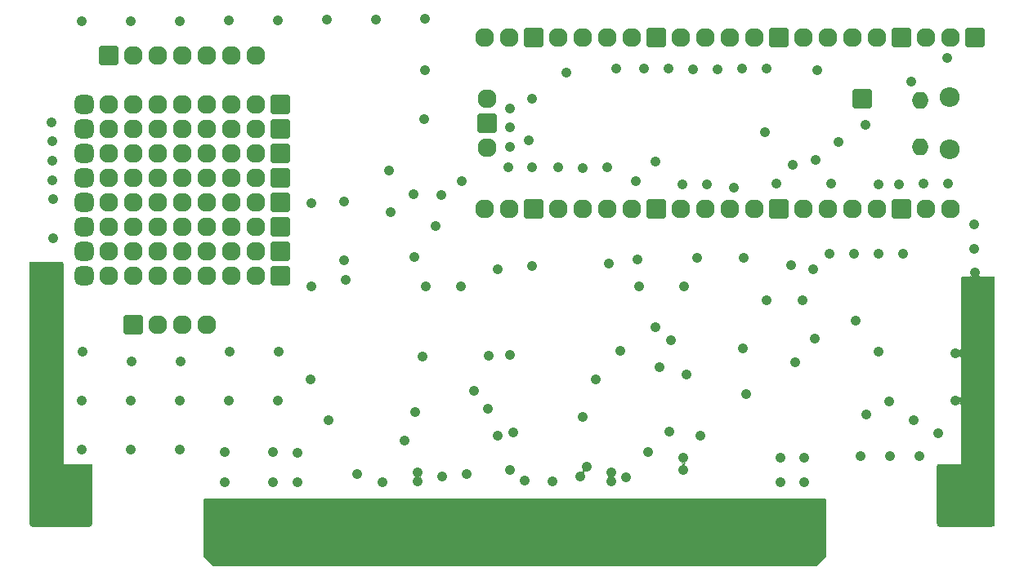
<source format=gbs>
G04 #@! TF.GenerationSoftware,KiCad,Pcbnew,(6.0.6)*
G04 #@! TF.CreationDate,2022-06-29T23:38:15+02:00*
G04 #@! TF.ProjectId,picocart64_v1_lite,7069636f-6361-4727-9436-345f76315f6c,rev?*
G04 #@! TF.SameCoordinates,Original*
G04 #@! TF.FileFunction,Soldermask,Bot*
G04 #@! TF.FilePolarity,Negative*
%FSLAX46Y46*%
G04 Gerber Fmt 4.6, Leading zero omitted, Abs format (unit mm)*
G04 Created by KiCad (PCBNEW (6.0.6)) date 2022-06-29 23:38:15*
%MOMM*%
%LPD*%
G01*
G04 APERTURE LIST*
G04 Aperture macros list*
%AMRoundRect*
0 Rectangle with rounded corners*
0 $1 Rounding radius*
0 $2 $3 $4 $5 $6 $7 $8 $9 X,Y pos of 4 corners*
0 Add a 4 corners polygon primitive as box body*
4,1,4,$2,$3,$4,$5,$6,$7,$8,$9,$2,$3,0*
0 Add four circle primitives for the rounded corners*
1,1,$1+$1,$2,$3*
1,1,$1+$1,$4,$5*
1,1,$1+$1,$6,$7*
1,1,$1+$1,$8,$9*
0 Add four rect primitives between the rounded corners*
20,1,$1+$1,$2,$3,$4,$5,0*
20,1,$1+$1,$4,$5,$6,$7,0*
20,1,$1+$1,$6,$7,$8,$9,0*
20,1,$1+$1,$8,$9,$2,$3,0*%
G04 Aperture macros list end*
%ADD10C,2.760000*%
%ADD11RoundRect,0.130000X0.850000X0.850000X-0.850000X0.850000X-0.850000X-0.850000X0.850000X-0.850000X0*%
%ADD12RoundRect,0.130000X0.850000X-0.850000X0.850000X0.850000X-0.850000X0.850000X-0.850000X-0.850000X0*%
%ADD13O,1.960000X1.960000*%
%ADD14RoundRect,0.555000X0.425000X-0.425000X0.425000X0.425000X-0.425000X0.425000X-0.425000X-0.425000X0*%
%ADD15O,2.060000X2.060000*%
%ADD16O,1.760000X1.760000*%
%ADD17RoundRect,0.130000X-0.850000X0.850000X-0.850000X-0.850000X0.850000X-0.850000X0.850000X0.850000X0*%
%ADD18C,1.060000*%
G04 APERTURE END LIST*
D10*
X102850000Y-112600000D03*
X197650000Y-112600000D03*
D11*
X197939990Y-65199997D03*
X186300000Y-71550000D03*
D12*
X110705000Y-95000000D03*
D13*
X113245000Y-95000000D03*
X115785000Y-95000000D03*
X118325000Y-95000000D03*
X115785000Y-74680000D03*
X110705000Y-79760000D03*
X108165000Y-89920000D03*
X115785000Y-72140000D03*
X108165000Y-82300000D03*
X110705000Y-84840000D03*
X115785000Y-84840000D03*
X123405000Y-77220000D03*
X118325000Y-72140000D03*
X108165000Y-72140000D03*
X120865000Y-77220000D03*
X108165000Y-84840000D03*
X110705000Y-72140000D03*
X123405000Y-82300000D03*
X113245000Y-74680000D03*
X108165000Y-77220000D03*
X115785000Y-79760000D03*
X118325000Y-77220000D03*
X115785000Y-82300000D03*
X120865000Y-89920000D03*
X120865000Y-87380000D03*
X120865000Y-84840000D03*
X113245000Y-77220000D03*
X115785000Y-87380000D03*
X110705000Y-82300000D03*
X108165000Y-87380000D03*
X118325000Y-79760000D03*
X110705000Y-74680000D03*
X108165000Y-79760000D03*
X123405000Y-79760000D03*
X113245000Y-87380000D03*
X115785000Y-89920000D03*
X110705000Y-77220000D03*
X123405000Y-72140000D03*
X120865000Y-72140000D03*
X113245000Y-79760000D03*
X113245000Y-72140000D03*
X123405000Y-87380000D03*
X115785000Y-77220000D03*
X123405000Y-84840000D03*
X113245000Y-84840000D03*
X113245000Y-82300000D03*
X118325000Y-89920000D03*
X118325000Y-87380000D03*
X118325000Y-82300000D03*
X108165000Y-74680000D03*
X110705000Y-89920000D03*
X110705000Y-87380000D03*
X113245000Y-89920000D03*
X120865000Y-79760000D03*
X123405000Y-74680000D03*
X120865000Y-82300000D03*
X120865000Y-74680000D03*
X123405000Y-89920000D03*
X118325000Y-84840000D03*
X118325000Y-74680000D03*
D14*
X105625000Y-79760000D03*
X105625000Y-72140000D03*
X105625000Y-87380000D03*
X105625000Y-89920000D03*
X105625000Y-84840000D03*
X105625000Y-82300000D03*
X105625000Y-74680000D03*
X105625000Y-77220000D03*
D12*
X125945000Y-87380000D03*
X125945000Y-74680000D03*
X125945000Y-72140000D03*
X125945000Y-89920000D03*
X125945000Y-84840000D03*
X125945000Y-82300000D03*
X125945000Y-77220000D03*
X125945000Y-79760000D03*
D15*
X195288600Y-76800000D03*
D16*
X192258600Y-76500000D03*
D15*
X195288600Y-71350000D03*
D16*
X192258600Y-71650000D03*
D13*
X195418600Y-65185000D03*
X192878600Y-65185000D03*
D17*
X190338600Y-65185000D03*
D13*
X187798600Y-65185000D03*
X185258600Y-65185000D03*
X182718600Y-65185000D03*
X180178600Y-65185000D03*
D17*
X177638600Y-65185000D03*
D13*
X175098600Y-65185000D03*
X172558600Y-65185000D03*
X170018600Y-65185000D03*
X167478600Y-65185000D03*
D17*
X164938600Y-65185000D03*
D13*
X162398600Y-65185000D03*
X159858600Y-65185000D03*
X157318600Y-65185000D03*
X154778600Y-65185000D03*
D17*
X152238600Y-65185000D03*
D13*
X149698600Y-65185000D03*
X147158600Y-65185000D03*
X147158600Y-82965000D03*
X149698600Y-82965000D03*
D17*
X152238600Y-82965000D03*
D13*
X154778600Y-82965000D03*
X157318600Y-82965000D03*
X159858600Y-82965000D03*
X162398600Y-82965000D03*
D17*
X164938600Y-82965000D03*
D13*
X167478600Y-82965000D03*
X170018600Y-82965000D03*
X172558600Y-82965000D03*
X175098600Y-82965000D03*
D17*
X177638600Y-82965000D03*
D13*
X180178600Y-82965000D03*
X182718600Y-82965000D03*
X185258600Y-82965000D03*
X187798600Y-82965000D03*
D17*
X190338600Y-82965000D03*
D13*
X192878600Y-82965000D03*
X195418600Y-82965000D03*
X147388600Y-71535000D03*
D17*
X147388600Y-74075000D03*
D13*
X147388600Y-76615000D03*
D12*
X108165000Y-67060000D03*
D13*
X110705000Y-67060000D03*
X113245000Y-67060000D03*
X115785000Y-67060000D03*
X118325000Y-67060000D03*
X120865000Y-67060000D03*
X123405000Y-67060000D03*
D18*
X180250000Y-111350000D03*
X180250000Y-108800000D03*
X177750000Y-111350000D03*
X177750000Y-108750000D03*
X167750000Y-108800000D03*
X167750000Y-110050000D03*
X127750000Y-111350000D03*
X127750000Y-108250000D03*
X125250000Y-108150000D03*
X125250000Y-111350000D03*
X120250000Y-111350000D03*
X120250000Y-108200000D03*
X130810000Y-63336550D03*
X141075000Y-91006500D03*
X140905318Y-73660000D03*
X181610000Y-68538966D03*
X115589704Y-102837791D03*
X185420000Y-87607667D03*
X190500000Y-87630000D03*
X105410000Y-63500000D03*
X101425000Y-92053295D03*
X177380000Y-80364914D03*
X192620000Y-80364914D03*
X110490000Y-107937495D03*
X115570000Y-107917791D03*
X187960000Y-87627371D03*
X197953903Y-92060000D03*
X157275000Y-78710000D03*
X168075000Y-100110000D03*
X180047000Y-92460000D03*
X189175000Y-108563500D03*
X181375000Y-96410000D03*
X137275000Y-79010000D03*
X138825000Y-107010000D03*
X105429704Y-102870000D03*
X148475000Y-89210000D03*
X164825000Y-78010000D03*
X129150000Y-100650000D03*
X125730000Y-102814488D03*
X183075000Y-80308167D03*
X152075000Y-78610000D03*
X102356903Y-77960000D03*
X110545560Y-98779704D03*
X102322855Y-75960000D03*
X179275000Y-98910000D03*
X115570000Y-63459124D03*
X162975000Y-88210000D03*
X101384142Y-89553295D03*
X176375000Y-68410000D03*
X197872187Y-87060000D03*
X132600000Y-88300000D03*
X101596097Y-107053295D03*
X173925000Y-97460000D03*
X179075000Y-78410000D03*
X167775000Y-91006500D03*
X102288806Y-73960000D03*
X187958792Y-80395000D03*
X120650000Y-63418266D03*
X172975000Y-80710000D03*
X164075000Y-108210000D03*
X162775000Y-80110000D03*
X197831329Y-84560000D03*
X115625560Y-98760000D03*
X149775000Y-98110000D03*
X147475000Y-103710000D03*
X171295000Y-68432806D03*
X195160000Y-80336540D03*
X176175000Y-75010000D03*
X195075000Y-67260000D03*
X102390951Y-79960000D03*
X185575000Y-94510000D03*
X159875000Y-78610000D03*
X139875000Y-87910000D03*
X173835000Y-68421403D03*
X149776384Y-74510000D03*
X149748011Y-72510000D03*
X190080000Y-80393288D03*
X195875000Y-97910000D03*
X163679048Y-68410000D03*
X120669704Y-102818088D03*
X168755000Y-68432805D03*
X137375000Y-83310000D03*
X139975000Y-104010000D03*
X144675000Y-91006500D03*
X197913045Y-89560000D03*
X169125000Y-88015000D03*
X198076477Y-99560000D03*
X129200000Y-82350000D03*
X120705560Y-97738088D03*
X135890000Y-63295692D03*
X183825000Y-76010000D03*
X197994761Y-94560000D03*
X159975000Y-88610000D03*
X152075000Y-71510000D03*
X195875000Y-102870000D03*
X101465858Y-94553295D03*
X181164600Y-89208800D03*
X182880000Y-87587963D03*
X191325000Y-69760000D03*
X169531400Y-106480800D03*
X101588432Y-102053295D03*
X198124999Y-104560000D03*
X154775000Y-78610000D03*
X192175000Y-108563500D03*
X198125000Y-107060000D03*
X102425000Y-85960000D03*
X152075000Y-88910000D03*
X102425000Y-81960000D03*
X149575000Y-78610000D03*
X101547574Y-99553295D03*
X170180000Y-80400496D03*
X140946176Y-68580000D03*
X186575000Y-74260000D03*
X150075000Y-106110000D03*
X166300000Y-106050000D03*
X142075000Y-84710000D03*
X140727800Y-98251200D03*
X125730000Y-63377408D03*
X105410000Y-107950000D03*
X186075000Y-108563500D03*
X132600000Y-82200000D03*
X173975000Y-88010000D03*
X187960000Y-97759352D03*
X105465560Y-97790000D03*
X110509704Y-102857495D03*
X160775000Y-68410000D03*
X101506716Y-97053295D03*
X198035619Y-97060000D03*
X151675000Y-75810000D03*
X167640000Y-80424141D03*
X163175000Y-91006500D03*
X166179048Y-68410000D03*
X139775000Y-81410000D03*
X101596096Y-104553295D03*
X198117335Y-102060000D03*
X155575000Y-68810000D03*
X149804758Y-76510000D03*
X129200000Y-91006500D03*
X125765856Y-97734488D03*
X110490000Y-63499982D03*
X140970000Y-63254834D03*
X174225000Y-102210000D03*
X130950000Y-104850000D03*
X136575000Y-111310000D03*
X142675000Y-81510000D03*
X160241000Y-110259000D03*
X140241000Y-110259000D03*
X140241000Y-111259000D03*
X160241000Y-111252000D03*
X144775000Y-80110000D03*
X133975000Y-110510000D03*
X194175000Y-106210000D03*
X191575000Y-104910000D03*
X189075000Y-102910000D03*
X186675000Y-104260000D03*
X165275000Y-99360000D03*
X166425000Y-96610000D03*
X146075000Y-101810000D03*
X147575000Y-98210000D03*
X142750000Y-110700000D03*
X164825000Y-95210000D03*
X145250000Y-110510000D03*
X161175000Y-97660000D03*
X151275000Y-111110000D03*
X154200000Y-111200000D03*
X158625000Y-100660000D03*
X181400000Y-77855000D03*
X178875000Y-88810000D03*
X176375000Y-92410000D03*
X161775000Y-110810000D03*
X148475000Y-106510000D03*
X149775000Y-110010000D03*
X157050000Y-110750000D03*
X157750000Y-109700000D03*
X157325000Y-104510000D03*
X132750000Y-90350000D03*
G36*
X103442121Y-88520002D02*
G01*
X103488614Y-88573658D01*
X103500000Y-88626000D01*
X103500000Y-109481885D01*
X103504475Y-109497124D01*
X103505865Y-109498329D01*
X103513548Y-109500000D01*
X103520838Y-109500000D01*
X103588959Y-109520002D01*
X103635452Y-109573658D01*
X103645556Y-109643932D01*
X103616062Y-109708512D01*
X103556336Y-109746896D01*
X103539329Y-109750636D01*
X103531018Y-109751869D01*
X103518709Y-109753081D01*
X103503094Y-109753848D01*
X103496912Y-109754000D01*
X100126000Y-109754000D01*
X100057879Y-109733998D01*
X100011386Y-109680342D01*
X100000000Y-109628000D01*
X100000000Y-88626000D01*
X100020002Y-88557879D01*
X100073658Y-88511386D01*
X100126000Y-88500000D01*
X103374000Y-88500000D01*
X103442121Y-88520002D01*
G37*
G36*
X199942121Y-90020002D02*
G01*
X199988614Y-90073658D01*
X200000000Y-90126000D01*
X200000000Y-109628000D01*
X199979998Y-109696121D01*
X199926342Y-109742614D01*
X199874000Y-109754000D01*
X196503088Y-109754000D01*
X196496906Y-109753848D01*
X196481291Y-109753081D01*
X196468982Y-109751869D01*
X196460671Y-109750636D01*
X196396223Y-109720854D01*
X196358108Y-109660956D01*
X196358426Y-109589960D01*
X196397077Y-109530407D01*
X196461790Y-109501203D01*
X196479162Y-109500000D01*
X196481885Y-109500000D01*
X196497124Y-109495525D01*
X196498329Y-109494135D01*
X196500000Y-109486452D01*
X196500000Y-90126000D01*
X196520002Y-90057879D01*
X196573658Y-90011386D01*
X196626000Y-90000000D01*
X199874000Y-90000000D01*
X199942121Y-90020002D01*
G37*
G36*
X182442121Y-113020002D02*
G01*
X182488614Y-113073658D01*
X182500000Y-113126000D01*
X182500000Y-118947810D01*
X182479998Y-119015931D01*
X182463095Y-119036905D01*
X181536905Y-119963095D01*
X181474593Y-119997121D01*
X181447810Y-120000000D01*
X119052190Y-120000000D01*
X118984069Y-119979998D01*
X118963095Y-119963095D01*
X118036905Y-119036905D01*
X118002879Y-118974593D01*
X118000000Y-118947810D01*
X118000000Y-113126000D01*
X118020002Y-113057879D01*
X118073658Y-113011386D01*
X118126000Y-113000000D01*
X182374000Y-113000000D01*
X182442121Y-113020002D01*
G37*
G36*
X199942121Y-109266002D02*
G01*
X199988614Y-109319658D01*
X200000000Y-109372000D01*
X200000000Y-115491742D01*
X199998922Y-115508188D01*
X199985128Y-115612963D01*
X199976615Y-115644735D01*
X199939361Y-115734674D01*
X199922914Y-115763160D01*
X199863651Y-115840393D01*
X199840393Y-115863651D01*
X199763160Y-115922914D01*
X199734674Y-115939361D01*
X199644735Y-115976615D01*
X199612963Y-115985128D01*
X199508188Y-115998922D01*
X199491742Y-116000000D01*
X194508258Y-116000000D01*
X194491812Y-115998922D01*
X194387037Y-115985128D01*
X194355265Y-115976615D01*
X194265326Y-115939361D01*
X194236840Y-115922914D01*
X194159607Y-115863651D01*
X194136349Y-115840393D01*
X194077086Y-115763160D01*
X194060639Y-115734674D01*
X194023385Y-115644735D01*
X194014872Y-115612963D01*
X194001078Y-115508188D01*
X194000000Y-115491742D01*
X194000000Y-109626000D01*
X194020002Y-109557879D01*
X194073658Y-109511386D01*
X194126000Y-109500000D01*
X196481885Y-109500000D01*
X196497124Y-109495525D01*
X196498329Y-109494135D01*
X196500000Y-109486452D01*
X196500000Y-109372000D01*
X196520002Y-109303879D01*
X196573658Y-109257386D01*
X196626000Y-109246000D01*
X199874000Y-109246000D01*
X199942121Y-109266002D01*
G37*
G36*
X103442121Y-109266002D02*
G01*
X103488614Y-109319658D01*
X103500000Y-109372000D01*
X103500000Y-109481885D01*
X103504475Y-109497124D01*
X103505865Y-109498329D01*
X103513548Y-109500000D01*
X106374000Y-109500000D01*
X106442121Y-109520002D01*
X106488614Y-109573658D01*
X106500000Y-109626000D01*
X106500000Y-115491742D01*
X106498922Y-115508188D01*
X106485128Y-115612963D01*
X106476615Y-115644735D01*
X106439361Y-115734674D01*
X106422914Y-115763160D01*
X106363651Y-115840393D01*
X106340393Y-115863651D01*
X106263160Y-115922914D01*
X106234674Y-115939361D01*
X106144735Y-115976615D01*
X106112963Y-115985128D01*
X106008188Y-115998922D01*
X105991742Y-116000000D01*
X100508258Y-116000000D01*
X100491812Y-115998922D01*
X100387037Y-115985128D01*
X100355265Y-115976615D01*
X100265326Y-115939361D01*
X100236840Y-115922914D01*
X100159607Y-115863651D01*
X100136349Y-115840393D01*
X100077086Y-115763160D01*
X100060639Y-115734674D01*
X100023385Y-115644735D01*
X100014872Y-115612963D01*
X100001078Y-115508188D01*
X100000000Y-115491742D01*
X100000000Y-109372000D01*
X100020002Y-109303879D01*
X100073658Y-109257386D01*
X100126000Y-109246000D01*
X103374000Y-109246000D01*
X103442121Y-109266002D01*
G37*
G36*
X182480771Y-112993068D02*
G01*
X182499430Y-112998068D01*
X182500718Y-112999356D01*
X182501000Y-112999356D01*
X182501932Y-113000570D01*
X182506932Y-113019231D01*
X182507000Y-113019749D01*
X182507000Y-118980253D01*
X182506932Y-118980771D01*
X182501932Y-118999432D01*
X182501510Y-118999854D01*
X182501535Y-118999879D01*
X182501535Y-119000915D01*
X182499000Y-119010375D01*
X182498654Y-119011075D01*
X182498167Y-119011709D01*
X182497995Y-119011905D01*
X181518916Y-119990984D01*
X181518502Y-119991302D01*
X181501769Y-120000963D01*
X181501169Y-120000963D01*
X181501169Y-120001000D01*
X181500437Y-120001732D01*
X181491957Y-120006628D01*
X181491219Y-120006879D01*
X181490431Y-120006983D01*
X181490169Y-120007000D01*
X119019749Y-120007000D01*
X119019231Y-120006932D01*
X119000571Y-120001932D01*
X119000146Y-120001507D01*
X119000119Y-120001533D01*
X118999083Y-120001533D01*
X118989625Y-119998999D01*
X118988926Y-119998654D01*
X118988290Y-119998166D01*
X118988093Y-119997993D01*
X118009016Y-119018916D01*
X118008698Y-119018502D01*
X117999037Y-119001769D01*
X117999037Y-119001169D01*
X117999000Y-119001169D01*
X117998268Y-119000437D01*
X117997599Y-118999279D01*
X118002000Y-118999279D01*
X118002183Y-118999355D01*
X119000904Y-119998076D01*
X119001089Y-119998000D01*
X181499279Y-119998000D01*
X181499355Y-119997817D01*
X182498076Y-118999096D01*
X182498000Y-118998914D01*
X182498000Y-113002000D01*
X118002000Y-113002000D01*
X118002000Y-118999279D01*
X117997599Y-118999279D01*
X117993372Y-118991957D01*
X117993121Y-118991219D01*
X117993017Y-118990431D01*
X117993000Y-118990169D01*
X117993000Y-113019749D01*
X117993068Y-113019231D01*
X117998068Y-113000570D01*
X117999356Y-112999282D01*
X117999356Y-112999000D01*
X118000570Y-112998068D01*
X118019231Y-112993068D01*
X118019749Y-112993000D01*
X182480253Y-112993000D01*
X182480771Y-112993068D01*
G37*
G36*
X103480771Y-88493068D02*
G01*
X103499430Y-88498068D01*
X103500718Y-88499356D01*
X103501000Y-88499356D01*
X103501932Y-88500570D01*
X103506932Y-88519231D01*
X103507000Y-88519749D01*
X103507000Y-109344737D01*
X103526890Y-109418967D01*
X103581034Y-109473110D01*
X103655263Y-109493000D01*
X106480253Y-109493000D01*
X106480771Y-109493068D01*
X106499430Y-109498068D01*
X106500718Y-109499356D01*
X106501000Y-109499356D01*
X106501932Y-109500570D01*
X106506932Y-109519231D01*
X106507000Y-109519749D01*
X106507000Y-115495088D01*
X106506996Y-115495219D01*
X106506312Y-115505649D01*
X106506299Y-115505779D01*
X106491186Y-115620576D01*
X106491135Y-115620833D01*
X106485751Y-115640926D01*
X106485667Y-115641173D01*
X106443243Y-115743595D01*
X106443127Y-115743830D01*
X106432727Y-115761842D01*
X106432582Y-115762060D01*
X106365089Y-115850018D01*
X106364916Y-115850214D01*
X106350214Y-115864916D01*
X106350018Y-115865089D01*
X106262060Y-115932582D01*
X106261842Y-115932727D01*
X106243830Y-115943127D01*
X106243595Y-115943243D01*
X106141173Y-115985667D01*
X106140926Y-115985751D01*
X106120833Y-115991135D01*
X106120576Y-115991186D01*
X106005779Y-116006299D01*
X106005649Y-116006312D01*
X105995219Y-116006996D01*
X105995088Y-116007000D01*
X100504912Y-116007000D01*
X100504781Y-116006996D01*
X100494351Y-116006312D01*
X100494221Y-116006299D01*
X100379424Y-115991186D01*
X100379167Y-115991135D01*
X100359074Y-115985751D01*
X100358827Y-115985667D01*
X100256405Y-115943243D01*
X100256170Y-115943127D01*
X100238158Y-115932727D01*
X100237940Y-115932582D01*
X100149982Y-115865089D01*
X100149786Y-115864916D01*
X100135084Y-115850214D01*
X100134911Y-115850018D01*
X100067418Y-115762060D01*
X100067273Y-115761842D01*
X100056873Y-115743830D01*
X100056757Y-115743595D01*
X100014333Y-115641173D01*
X100014249Y-115640926D01*
X100008865Y-115620833D01*
X100008814Y-115620576D01*
X99993701Y-115505779D01*
X99993688Y-115505649D01*
X99993309Y-115499868D01*
X100002000Y-115499868D01*
X100018986Y-115628888D01*
X100068733Y-115748990D01*
X100147874Y-115852126D01*
X100251010Y-115931267D01*
X100371112Y-115981014D01*
X100500132Y-115998000D01*
X105999868Y-115998000D01*
X106128888Y-115981014D01*
X106248990Y-115931267D01*
X106352126Y-115852126D01*
X106431267Y-115748990D01*
X106481014Y-115628888D01*
X106498000Y-115499868D01*
X106498000Y-109502000D01*
X103500000Y-109502000D01*
X103498268Y-109501000D01*
X103498000Y-109500000D01*
X103498000Y-88502000D01*
X100002000Y-88502000D01*
X100002000Y-115499868D01*
X99993309Y-115499868D01*
X99993004Y-115495219D01*
X99993000Y-115495088D01*
X99993000Y-88519749D01*
X99993068Y-88519231D01*
X99998068Y-88500570D01*
X99999356Y-88499282D01*
X99999356Y-88499000D01*
X100000570Y-88498068D01*
X100019231Y-88493068D01*
X100019749Y-88493000D01*
X103480253Y-88493000D01*
X103480771Y-88493068D01*
G37*
G36*
X197428783Y-89758770D02*
G01*
X197455798Y-89823990D01*
X197539705Y-89933340D01*
X197624510Y-89998413D01*
X197625275Y-90000261D01*
X197624057Y-90001848D01*
X197623292Y-90002000D01*
X196502000Y-90002000D01*
X196502000Y-109500000D01*
X196501000Y-109501732D01*
X196500000Y-109502000D01*
X194002000Y-109502000D01*
X194002000Y-115499868D01*
X194018986Y-115628888D01*
X194068733Y-115748990D01*
X194147874Y-115852126D01*
X194251010Y-115931267D01*
X194371112Y-115981014D01*
X194500132Y-115998000D01*
X199499868Y-115998000D01*
X199628888Y-115981014D01*
X199748990Y-115931267D01*
X199852126Y-115852126D01*
X199931267Y-115748990D01*
X199981014Y-115628888D01*
X199998000Y-115499868D01*
X199998000Y-90002000D01*
X198202798Y-90002000D01*
X198201066Y-90001000D01*
X198201066Y-89999000D01*
X198201580Y-89998413D01*
X198286385Y-89933340D01*
X198370292Y-89823990D01*
X198385012Y-89788451D01*
X198386599Y-89787233D01*
X198388447Y-89787998D01*
X198388846Y-89789456D01*
X198379602Y-89865844D01*
X198409646Y-89936279D01*
X198470939Y-89982299D01*
X198526249Y-89993000D01*
X199980253Y-89993000D01*
X199980771Y-89993068D01*
X199999430Y-89998068D01*
X200000718Y-89999356D01*
X200001000Y-89999356D01*
X200001932Y-90000570D01*
X200006932Y-90019231D01*
X200007000Y-90019749D01*
X200007000Y-115495088D01*
X200006996Y-115495219D01*
X200006312Y-115505649D01*
X200006299Y-115505779D01*
X199991186Y-115620576D01*
X199991135Y-115620833D01*
X199985751Y-115640926D01*
X199985667Y-115641173D01*
X199943243Y-115743595D01*
X199943127Y-115743830D01*
X199932727Y-115761842D01*
X199932582Y-115762060D01*
X199865089Y-115850018D01*
X199864916Y-115850214D01*
X199850214Y-115864916D01*
X199850018Y-115865089D01*
X199762060Y-115932582D01*
X199761842Y-115932727D01*
X199743830Y-115943127D01*
X199743595Y-115943243D01*
X199641173Y-115985667D01*
X199640926Y-115985751D01*
X199620833Y-115991135D01*
X199620576Y-115991186D01*
X199505779Y-116006299D01*
X199505649Y-116006312D01*
X199495219Y-116006996D01*
X199495088Y-116007000D01*
X194504912Y-116007000D01*
X194504781Y-116006996D01*
X194494351Y-116006312D01*
X194494221Y-116006299D01*
X194379424Y-115991186D01*
X194379167Y-115991135D01*
X194359074Y-115985751D01*
X194358827Y-115985667D01*
X194256405Y-115943243D01*
X194256170Y-115943127D01*
X194238158Y-115932727D01*
X194237940Y-115932582D01*
X194149982Y-115865089D01*
X194149786Y-115864916D01*
X194135084Y-115850214D01*
X194134911Y-115850018D01*
X194067418Y-115762060D01*
X194067273Y-115761842D01*
X194056873Y-115743830D01*
X194056757Y-115743595D01*
X194014333Y-115641173D01*
X194014249Y-115640926D01*
X194008865Y-115620833D01*
X194008814Y-115620576D01*
X193993701Y-115505779D01*
X193993688Y-115505649D01*
X193993004Y-115495219D01*
X193993000Y-115495088D01*
X193993000Y-109519749D01*
X193993068Y-109519231D01*
X193998068Y-109500570D01*
X193999356Y-109499282D01*
X193999356Y-109499000D01*
X194000570Y-109498068D01*
X194019231Y-109493068D01*
X194019749Y-109493000D01*
X196344737Y-109493000D01*
X196418967Y-109473110D01*
X196473110Y-109418967D01*
X196493000Y-109344737D01*
X196493000Y-103356626D01*
X196473110Y-103282397D01*
X196418967Y-103228253D01*
X196345001Y-103208434D01*
X196270863Y-103228299D01*
X196257639Y-103237644D01*
X196255648Y-103237827D01*
X196254493Y-103236194D01*
X196254898Y-103234793D01*
X196332247Y-103133990D01*
X196384992Y-103006652D01*
X196402983Y-102870000D01*
X196384992Y-102733348D01*
X196332247Y-102606010D01*
X196252746Y-102502402D01*
X196252485Y-102500419D01*
X196254072Y-102499201D01*
X196255232Y-102499397D01*
X196315003Y-102529458D01*
X196391449Y-102525051D01*
X196455450Y-102483011D01*
X196489930Y-102414452D01*
X196493000Y-102384498D01*
X196493000Y-98396626D01*
X196473110Y-98322397D01*
X196418967Y-98268253D01*
X196345001Y-98248434D01*
X196270863Y-98268299D01*
X196257639Y-98277644D01*
X196255648Y-98277827D01*
X196254493Y-98276194D01*
X196254898Y-98274793D01*
X196332247Y-98173990D01*
X196384992Y-98046652D01*
X196402983Y-97910000D01*
X196384992Y-97773348D01*
X196332247Y-97646010D01*
X196252746Y-97542402D01*
X196252485Y-97540419D01*
X196254072Y-97539201D01*
X196255232Y-97539397D01*
X196315003Y-97569458D01*
X196391449Y-97565051D01*
X196455450Y-97523011D01*
X196489930Y-97454452D01*
X196493000Y-97424498D01*
X196493000Y-90019749D01*
X196493068Y-90019231D01*
X196498068Y-90000570D01*
X196499356Y-89999282D01*
X196499356Y-89999000D01*
X196500570Y-89998068D01*
X196519231Y-89993068D01*
X196519749Y-89993000D01*
X197298220Y-89993000D01*
X197372450Y-89973110D01*
X197426593Y-89918967D01*
X197446436Y-89844911D01*
X197437409Y-89793974D01*
X197425057Y-89760222D01*
X197425401Y-89758252D01*
X197427279Y-89757565D01*
X197428783Y-89758770D01*
G37*
G36*
X139900220Y-110657324D02*
G01*
X139977010Y-110716247D01*
X140075763Y-110757152D01*
X140076981Y-110758739D01*
X140076216Y-110760587D01*
X140075763Y-110760848D01*
X139977010Y-110801753D01*
X139891097Y-110867676D01*
X139889114Y-110867937D01*
X139887896Y-110866350D01*
X139888219Y-110864974D01*
X139927289Y-110806830D01*
X139932498Y-110730435D01*
X139898715Y-110661477D01*
X139897573Y-110660310D01*
X139897076Y-110658373D01*
X139898505Y-110656974D01*
X139900220Y-110657324D01*
G37*
G36*
X159897826Y-110655487D02*
G01*
X159977010Y-110716247D01*
X160067314Y-110753652D01*
X160068532Y-110755239D01*
X160067767Y-110757087D01*
X160067314Y-110757348D01*
X159977010Y-110794753D01*
X159887740Y-110863252D01*
X159885757Y-110863513D01*
X159884539Y-110861926D01*
X159884862Y-110860549D01*
X159923362Y-110803257D01*
X159928570Y-110726863D01*
X159894812Y-110657954D01*
X159894948Y-110655958D01*
X159896744Y-110655079D01*
X159897826Y-110655487D01*
G37*
G36*
X140595406Y-110650651D02*
G01*
X140595071Y-110652045D01*
X140555373Y-110709806D01*
X140549366Y-110786144D01*
X140582419Y-110855441D01*
X140585209Y-110858290D01*
X140585706Y-110860227D01*
X140584277Y-110861626D01*
X140582562Y-110861276D01*
X140504990Y-110801753D01*
X140406237Y-110760848D01*
X140405019Y-110759261D01*
X140405784Y-110757413D01*
X140406237Y-110757152D01*
X140504990Y-110716247D01*
X140592205Y-110649325D01*
X140594188Y-110649064D01*
X140595406Y-110650651D01*
G37*
G36*
X160598910Y-110647962D02*
G01*
X160598575Y-110649356D01*
X160559385Y-110706380D01*
X160553377Y-110782718D01*
X160586429Y-110852012D01*
X160587265Y-110852866D01*
X160587762Y-110854803D01*
X160586334Y-110856203D01*
X160584618Y-110855853D01*
X160504990Y-110794753D01*
X160414686Y-110757348D01*
X160413468Y-110755761D01*
X160414233Y-110753913D01*
X160414686Y-110753652D01*
X160504990Y-110716247D01*
X160595709Y-110646636D01*
X160597692Y-110646375D01*
X160598910Y-110647962D01*
G37*
G36*
X157326447Y-110007901D02*
G01*
X157376660Y-110073340D01*
X157486010Y-110157247D01*
X157613348Y-110209992D01*
X157625557Y-110211600D01*
X157627144Y-110212818D01*
X157626883Y-110214801D01*
X157625306Y-110215583D01*
X157561106Y-110215919D01*
X157494991Y-110254553D01*
X157457054Y-110321066D01*
X157457456Y-110397739D01*
X157477299Y-110440489D01*
X157477121Y-110442481D01*
X157475307Y-110443323D01*
X157473898Y-110442549D01*
X157423340Y-110376660D01*
X157313990Y-110292753D01*
X157186652Y-110240008D01*
X157177604Y-110238817D01*
X157176017Y-110237599D01*
X157176278Y-110235617D01*
X157177834Y-110234834D01*
X157240331Y-110233851D01*
X157306034Y-110194528D01*
X157343275Y-110127619D01*
X157342070Y-110050944D01*
X157323046Y-110009961D01*
X157323224Y-110007969D01*
X157325038Y-110007127D01*
X157326447Y-110007901D01*
G37*
G36*
X167613348Y-109309992D02*
G01*
X167750000Y-109327983D01*
X167886652Y-109309992D01*
X167963195Y-109278287D01*
X167965178Y-109278548D01*
X167965943Y-109280396D01*
X167964859Y-109281922D01*
X167944780Y-109292020D01*
X167887407Y-109343137D01*
X167863363Y-109415840D01*
X167878891Y-109490822D01*
X167929976Y-109548160D01*
X167941833Y-109555172D01*
X167971088Y-109570662D01*
X167972151Y-109572357D01*
X167971215Y-109574124D01*
X167969387Y-109574278D01*
X167886652Y-109540008D01*
X167750000Y-109522017D01*
X167613348Y-109540008D01*
X167533646Y-109573022D01*
X167531663Y-109572761D01*
X167530898Y-109570913D01*
X167531964Y-109569397D01*
X167555296Y-109557354D01*
X167612135Y-109505634D01*
X167635415Y-109432687D01*
X167619103Y-109357870D01*
X167567409Y-109301060D01*
X167558252Y-109295644D01*
X167525971Y-109278117D01*
X167524926Y-109276411D01*
X167525880Y-109274654D01*
X167527690Y-109274511D01*
X167613348Y-109309992D01*
G37*
M02*

</source>
